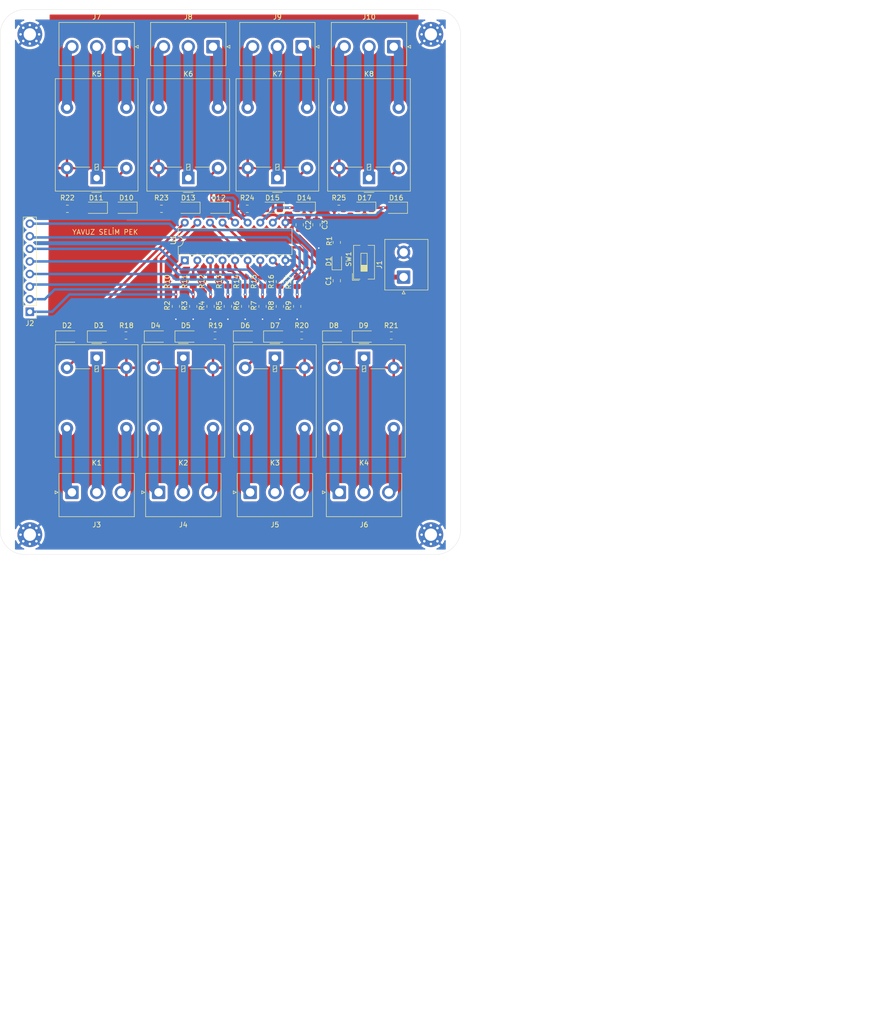
<source format=kicad_pcb>
(kicad_pcb (version 20240108) (generator "pcbnew") (generator_version "8.0")
  (title_block (title "YAVUZ SELİM PEK"))
  (layers (0 "F.Cu" signal) (31 "B.Cu" signal) (34 "B.Paste" user) (35 "F.Paste" user) (36 "B.SilkS" user "B.Silkscreen") (37 "F.SilkS" user "F.Silkscreen") (38 "B.Mask" user) (39 "F.Mask" user) (44 "Edge.Cuts" user))
  (net 0 "")
  (net 1 "GND")
  (net 2 "VCC")
  (net 3 "Net-(D1-A)")
  (net 4 "/O1")
  (net 5 "Net-(D3-A)")
  (net 6 "/O2")
  (net 7 "Net-(D5-A)")
  (net 8 "/O3")
  (net 9 "Net-(D7-A)")
  (net 10 "/O4")
  (net 11 "Net-(D9-A)")
  (net 12 "/O5")
  (net 13 "Net-(D11-A)")
  (net 14 "/O6")
  (net 15 "Net-(D13-A)")
  (net 16 "/O7")
  (net 17 "Net-(D15-A)")
  (net 18 "/O8")
  (net 19 "Net-(D17-A)")
  (net 20 "Net-(J1-Pin_1)")
  (net 21 "Net-(J2-Pin_3)")
  (net 22 "Net-(J2-Pin_7)")
  (net 23 "Net-(J2-Pin_8)")
  (net 24 "Net-(J2-Pin_4)")
  (net 25 "Net-(J2-Pin_5)")
  (net 26 "Net-(J2-Pin_6)")
  (net 27 "Net-(J2-Pin_2)")
  (net 28 "Net-(J2-Pin_1)")
  (net 29 "Net-(J3-Pin_2)")
  (net 30 "Net-(J3-Pin_1)")
  (net 31 "Net-(J3-Pin_3)")
  (net 32 "Net-(J4-Pin_1)")
  (net 33 "Net-(J4-Pin_2)")
  (net 34 "Net-(J4-Pin_3)")
  (net 35 "Net-(J5-Pin_2)")
  (net 36 "Net-(J5-Pin_3)")
  (net 37 "Net-(J5-Pin_1)")
  (net 38 "Net-(J6-Pin_3)")
  (net 39 "Net-(J6-Pin_1)")
  (net 40 "Net-(J6-Pin_2)")
  (net 41 "Net-(J7-Pin_1)")
  (net 42 "Net-(J7-Pin_2)")
  (net 43 "Net-(J7-Pin_3)")
  (net 44 "Net-(J8-Pin_3)")
  (net 45 "Net-(J8-Pin_2)")
  (net 46 "Net-(J8-Pin_1)")
  (net 47 "Net-(J9-Pin_1)")
  (net 48 "Net-(J9-Pin_2)")
  (net 49 "Net-(J9-Pin_3)")
  (net 50 "Net-(J10-Pin_2)")
  (net 51 "Net-(J10-Pin_3)")
  (net 52 "Net-(J10-Pin_1)")
  (net 53 "Net-(U1-I1)")
  (net 54 "Net-(U1-I2)")
  (net 55 "Net-(U1-I3)")
  (net 56 "Net-(U1-I4)")
  (net 57 "Net-(U1-I5)")
  (net 58 "Net-(U1-I6)")
  (net 59 "Net-(U1-I7)")
  (net 60 "Net-(U1-I8)")
  (footprint "Relay_THT:Relay_SPDT_Omron-G5LE-1" (layer "F.Cu") (at 146.5 111.3)
    (property "Reference" "K3")
    (property "Value" "G5LE-1")
  )
  (footprint "Resistor_SMD:R_0805_2012Metric" (layer "F.Cu") (at 137 95.9125 90)
    (property "Reference" "R13")
    (property "Value" "10k")
  )
  (footprint "Resistor_SMD:R_0805_2012Metric" (layer "F.Cu") (at 133.5 100.9125 -90)
    (property "Reference" "R4")
    (property "Value" "10k")
  )
  (footprint "Connector_JST:JST_NV_B02P-NV_1x02_P5.00mm_Vertical" (layer "F.Cu") (at 172.5 95 90)
    (property "Reference" "J1")
    (property "Value" "POWER")
  )
  (footprint "Diode_SMD:D_1206_3216Metric" (layer "F.Cu") (at 116.4 81 180)
    (property "Reference" "D10")
    (property "Value" "D_Small")
  )
  (footprint "Resistor_SMD:R_0805_2012Metric" (layer "F.Cu") (at 140.5 95.9125 90)
    (property "Reference" "R14")
    (property "Value" "10k")
  )
  (footprint "Resistor_SMD:R_0805_2012Metric" (layer "F.Cu") (at 144 100.9125 -90)
    (property "Reference" "R7")
    (property "Value" "10k")
  )
  (footprint "Capacitor_SMD:C_0805_2012Metric" (layer "F.Cu") (at 154.9 84.45 -90)
    (property "Reference" "C3")
    (property "Value" "100nF")
  )
  (footprint "Connector_JST:JST_NV_B03P-NV_1x03_P5.00mm_Vertical" (layer "F.Cu") (at 152 48.5 180)
    (property "Reference" "J9")
    (property "Value" "NC CO NO")
  )
  (footprint "Connector_JST:JST_NV_B03P-NV_1x03_P5.00mm_Vertical" (layer "F.Cu") (at 115.5 48.5 180)
    (property "Reference" "J7")
    (property "Value" "NC CO NO")
  )
  (footprint "Diode_SMD:D_1206_3216Metric" (layer "F.Cu") (at 158.4 107)
    (property "Reference" "D8")
    (property "Value" "D_Small")
  )
  (footprint "Resistor_SMD:R_0805_2012Metric" (layer "F.Cu") (at 140.9125 81.22)
    (property "Reference" "R24")
    (property "Value" "680")
  )
  (footprint "Capacitor_SMD:C_0805_2012Metric" (layer "F.Cu") (at 159 95.7375 90)
    (property "Reference" "C1")
    (property "Value" "100nF")
  )
  (footprint "Relay_THT:Relay_SPDT_Omron-G5LE-1" (layer "F.Cu") (at 110.5 111.3)
    (property "Reference" "K1")
    (property "Value" "G5LE-1")
  )
  (footprint "Relay_THT:Relay_SPDT_Omron-G5LE-1" (layer "F.Cu") (at 164.5 111.3)
    (property "Reference" "K4")
    (property "Value" "G5LE-1")
  )
  (footprint "Relay_THT:Relay_SPDT_Omron-G5LE-1" (layer "F.Cu") (at 110.5 75 180)
    (property "Reference" "K5")
    (property "Value" "G5LE-1")
  )
  (footprint "LED_SMD:LED_0805_2012Metric" (layer "F.Cu") (at 159 91.85 90)
    (property "Reference" "D1")
    (property "Value" "LED")
  )
  (footprint "Diode_SMD:D_1206_3216Metric" (layer "F.Cu") (at 140.4 107)
    (property "Reference" "D6")
    (property "Value" "D_Small")
  )
  (footprint "Resistor_SMD:R_0805_2012Metric" (layer "F.Cu") (at 170 106.78 180)
    (property "Reference" "R21")
    (property "Value" "680")
  )
  (footprint "Button_Switch_SMD:SW_DIP_SPSTx01_Slide_6.7x4.1mm_W6.73mm_P2.54mm_LowProfile_JPin" (layer "F.Cu") (at 164.5 92 90)
    (property "Reference" "SW1")
    (property "Value" "SW_SPST")
  )
  (footprint "Resistor_SMD:R_0805_2012Metric" (layer "F.Cu") (at 140.5 100.9125 -90)
    (property "Reference" "R6")
    (property "Value" "10k")
  )
  (footprint "Resistor_SMD:R_0805_2012Metric" (layer "F.Cu") (at 144 95.9125 90)
    (property "Reference" "R15")
    (property "Value" "10k")
  )
  (footprint "Relay_THT:Relay_SPDT_Omron-G5LE-1" (layer "F.Cu") (at 128 111.3)
    (property "Reference" "K2")
    (property "Value" "G5LE-1")
  )
  (footprint "Connector_JST:JST_NV_B03P-NV_1x03_P5.00mm_Vertical" (layer "F.Cu") (at 134 48.5 180)
    (property "Reference" "J8")
    (property "Value" "NC CO NO")
  )
  (footprint "LED_SMD:LED_1206_3216Metric" (layer "F.Cu") (at 129.1 81 180)
    (property "Reference" "D13")
    (property "Value" "LED")
  )
  (footprint "Capacitor_SMD:C_0805_2012Metric" (layer "F.Cu") (at 151.5 84.45 -90)
    (property "Reference" "C2")
    (property "Value" "100nF")
  )
  (footprint "MountingHole:MountingHole_2.5mm_Pad_Via" (layer "F.Cu") (at 178 147 90)
    (property "Reference" "H2" (hide yes))
    (property "Value" "MountingHole_Pad")
  )
  (footprint "Resistor_SMD:R_0805_2012Metric" (layer "F.Cu") (at 126.5 100.9125 -90)
    (property "Reference" "R2")
    (property "Value" "10k")
  )
  (footprint "MountingHole:MountingHole_2.5mm_Pad_Via" (layer "F.Cu") (at 178 46 90)
    (property "Reference" "H4" (hide yes))
    (property "Value" "MountingHole_Pad")
  )
  (footprint "Resistor_SMD:R_0805_2012Metric" (layer "F.Cu") (at 137 100.9125 -90)
    (property "Reference" "R5")
    (property "Value" "10k")
  )
  (footprint "Package_DIP:DIP-18_W7.62mm" (layer "F.Cu") (at 128.3 91.62 90)
    (property "Reference" "U1")
    (property "Value" "ULN2803A")
  )
  (footprint "Resistor_SMD:R_0805_2012Metric" (layer "F.Cu") (at 134.4125 106.78 180)
    (property "Reference" "R19")
    (property "Value" "680")
  )
  (footprint "LED_SMD:LED_1206_3216Metric" (layer "F.Cu") (at 110.4 81 180)
    (property "Reference" "D11")
    (property "Value" "LED")
  )
  (footprint "Connector_JST:JST_NV_B03P-NV_1x03_P5.00mm_Vertical" (layer "F.Cu") (at 170.5 48.5 180)
    (property "Reference" "J10")
    (property "Value" "NC CO NO")
  )
  (footprint "Resistor_SMD:R_0805_2012Metric" (layer "F.Cu") (at 130 100.9125 -90)
    (property "Reference" "R3")
    (property "Value" "10k")
  )
  (footprint "MountingHole:MountingHole_2.5mm_Pad_Via" (layer "F.Cu") (at 97 147 90)
    (property "Reference" "H1" (hide yes))
    (property "Value" "MountingHole_Pad")
  )
  (footprint "LED_SMD:LED_1206_3216Metric" (layer "F.Cu") (at 164.6 81 180)
    (property "Reference" "D17")
    (property "Value" "LED")
  )
  (footprint "Connector_JST:JST_NV_B03P-NV_1x03_P5.00mm_Vertical" (layer "F.Cu") (at 141.5 138.45)
    (property "Reference" "J5")
    (property "Value" "NC CO NO")
  )
  (footprint "Resistor_SMD:R_0805_2012Metric" (layer "F.Cu") (at 126.5 95.9125 90)
    (property "Reference" "R10")
    (property "Value" "10k")
  )
  (footprint "Diode_SMD:D_1206_3216Metric" (layer "F.Cu") (at 171 81 180)
    (property "Reference" "D16")
    (property "Value" "D_Small")
  )
  (footprint "Resistor_SMD:R_0805_2012Metric" (layer "F.Cu") (at 147.5 95.9125 90)
    (property "Reference" "R16")
    (property "Value" "10k")
  )
  (footprint "Diode_SMD:D_1206_3216Metric" (layer "F.Cu") (at 152.4 81 180)
    (property "Reference" "D14")
    (property "Value" "D_Small")
  )
  (footprint "Connector_JST:JST_NV_B03P-NV_1x03_P5.00mm_Vertical" (layer "F.Cu") (at 105.5 138.45)
    (property "Reference" "J3")
    (property "Value" "NC CO NO")
  )
  (footprint "Diode_SMD:D_1206_3216Metric" (layer "F.Cu") (at 104.5 107)
    (property "Reference" "D2")
    (property "Value" "D_Small")
  )
  (footprint "MountingHole:MountingHole_2.5mm_Pad_Via" (layer "F.Cu") (at 97 46 90)
    (property "Reference" "H3" (hide yes))
    (property "Value" "MountingHole_Pad")
  )
  (footprint "Resistor_SMD:R_0805_2012Metric" (layer "F.Cu") (at 104.5875 81.22)
    (property "Reference" "R22")
    (property "Value" "680")
  )
  (footprint "LED_SMD:LED_1206_3216Metric" (layer "F.Cu") (at 146.5 107)
    (property "Reference" "D7")
    (property "Value" "LED")
  )
  (footprint "LED_SMD:LED_1206_3216Metric" (layer "F.Cu") (at 146.1 81 180)
    (property "Reference" "D15")
    (property "Value" "LED")
  )
  (footprint "Resistor_SMD:R_0805_2012Metric" (layer "F.Cu") (at 130 95.9125 90)
    (property "Reference" "R11")
    (property "Value" "10k")
  )
  (footprint "Relay_THT:Relay_SPDT_Omron-G5LE-1" (layer "F.Cu") (at 147 75 180)
    (property "Reference" "K7")
    (property "Value" "G5LE-1")
  )
  (footprint "Resistor_SMD:R_0805_2012Metric" (layer "F.Cu") (at 159.4125 81.22)
    (property "Reference" "R25")
    (property "Value" "680")
  )
  (footprint "Relay_THT:Relay_SPDT_Omron-G5LE-1" (layer "F.Cu") (at 129 75 180)
    (property "Reference" "K6")
    (property "Value" "G5LE-1")
  )
  (footprint "LED_SMD:LED_1206_3216Metric" (layer "F.Cu") (at 110.9 107)
    (property "Reference" "D3")
    (property "Value" "LED")
  )
  (footprint "LED_SMD:LED_1206_3216Metric" (layer "F.Cu") (at 128.6 107)
    (property "Reference" "D5")
    (property "Value" "LED")
  )
  (footprint "Resistor_SMD:R_0805_2012Metric" (layer "F.Cu") (at 133.5 95.9125 90)
    (property "Reference" "R12")
    (property "Value" "10k")
  )
  (footprint "Resistor_SMD:R_0805_2012Metric" (layer "F.Cu") (at 151 96 90)
    (property "Reference" "R17")
    (property "Value" "10k")
  )
  (footprint "Resistor_SMD:R_0805_2012Metric" (layer "F.Cu") (at 123.5875 81.22)
    (property "Reference" "R23")
    (property "Value" "680")
  )
  (footprint "Resistor_SMD:R_0805_2012Metric" (layer "F.Cu") (at 116.4125 106.78 180)
    (property "Reference" "R18")
    (property "Value" "680")
  )
  (footprint "Relay_THT:Relay_SPDT_Omron-G5LE-1" (layer "F.Cu") (at 165.5 75 180)
    (property "Reference" "K8")
    (property "Value" "G5LE-1")
  )
  (footprint "Diode_SMD:D_1206_3216Metric" (layer "F.Cu") (at 122.4 107)
    (property "Reference" "D4")
    (property "Value" "D_Small")
  )
  (footprint "Connector_JST:JST_NV_B03P-NV_1x03_P5.00mm_Vertical" (layer "F.Cu") (at 123 138.45)
    (property "Reference" "J4")
    (property "Value" "NC CO NO")
  )
  (footprint "Resistor_SMD:R_0805_2012Metric" (layer "F.Cu") (at 147.5 100.9125 -90)
    (property "Reference" "R8")
    (property "Value" "10k")
  )
  (footprint "Connector_JST:JST_NV_B03P-NV_1x03_P5.00mm_Vertical" (layer "F.Cu") (at 159.5 138.45)
    (property "Reference" "J6")
    (property "Value" "NC CO NO")
  )
  (footprint "Diode_SMD:D_1206_3216Metric" (layer "F.Cu") (at 135.1 81 180)
    (property "Reference" "D12")
    (property "Value" "D_Small")
  )
  (footprint "Resistor_SMD:R_0805_2012Metric" (layer "F.Cu") (at 151.9125 106.78 180)
    (property "Reference" "R20")
    (property "Value" "680")
  )
  (footprint "Connector_PinHeader_2.54mm:PinHeader_1x08_P2.54mm_Vertical" (layer "F.Cu") (at 97 102 180)
    (property "Reference" "J2")
    (property "Value" "INPUTS")
  )
  (footprint "Resistor_SMD:R_0805_2012Metric" (layer "F.Cu") (at 151 100.9125 -90)
    (property "Reference" "R9")
    (property "Value" "10k")
  )
  (footprint "Resistor_SMD:R_0805_2012Metric" (layer "F.Cu") (at 159 88 -90)
    (property "Reference" "R1")
    (property "Value" "680")
  )
  (footprint "LED_SMD:LED_1206_3216Metric" (layer "F.Cu") (at 164.4 107)
    (property "Reference" "D9")
    (property "Value" "LED")
  )
  (gr_line (start 96 41) (end 179 41) (stroke (width 0.05)) (layer "Edge.Cuts"))
  (gr_arc (start 91 46) (mid 92.464466 42.464466) (end 96 41) (stroke (width 0.05)) (layer "Edge.Cuts"))
  (gr_line (start 184 46) (end 184 146) (stroke (width 0.05)) (layer "Edge.Cuts"))
  (gr_line (start 91 146) (end 91 46) (stroke (width 0.05)) (layer "Edge.Cuts"))
  (gr_arc (start 179 41) (mid 182.535534 42.464466) (end 184 46) (stroke (width 0.05)) (layer "Edge.Cuts"))
  (gr_line (start 179 151) (end 96 151) (stroke (width 0.05)) (layer "Edge.Cuts"))
  (gr_arc (start 96 151) (mid 92.464466 149.535534) (end 91 146) (stroke (width 0.05)) (layer "Edge.Cuts"))
  (gr_arc (start 184 146) (mid 182.535534 149.535534) (end 179 151) (stroke (width 0.05)) (layer "Edge.Cuts"))
  (gr_text "YAVUZ SELİM PEK" (at 105.5 86.5 0) (layer "F.SilkS") (effects (font (size 1 1) (thickness 0.125)) (justify left bottom)))
  (segment (start 126.5 101.825) (end 126.5 103.5) (width 0.5) (layer "F.Cu") (net 1))
  (segment (start 148.62 91.62) (end 149.75137 91.62) (width 0.5) (layer "F.Cu") (net 1))
  (segment (start 151 101.825) (end 151 103.5) (width 0.5) (layer "F.Cu") (net 1))
  (segment (start 152.5 103) (end 152 103.5) (width 0.5) (layer "F.Cu") (net 1))
  (segment (start 137 101.825) (end 137 103.5) (width 0.5) (layer "F.Cu") (net 1))
  (segment (start 130 101.825) (end 130 103.5) (width 0.5) (layer "F.Cu") (net 1))
  (segment (start 140.5 101.825) (end 140.5 103.5) (width 0.5) (layer "F.Cu") (net 1))
  (segment (start 159 92.7875) (end 155.35625 89.14375) (width 0.5) (layer "F.Cu") (net 1))
  (segment (start 133.5 101.825) (end 133.5 103.5) (width 0.5) (layer "F.Cu") (net 1))
  (segment (start 151.6125 85.4) (end 151.5 85.4) (width 0.5) (layer "F.Cu") (net 1))
  (segment (start 159 94.7875) (end 159 92.7875) (width 0.5) (layer "F.Cu") (net 1))
  (segment (start 152.5 94.36863) (end 152.5 103) (width 0.5) (layer "F.Cu") (net 1))
  (segment (start 147.5 101.825) (end 147.5 103.5) (width 0.5) (layer "F.Cu") (net 1))
  (segment (start 152 103.5) (end 151 103.5) (width 0.5) (layer "F.Cu") (net 1))
  (segment (start 155.35625 89.14375) (end 151.6125 85.4) (width 0.5) (layer "F.Cu") (net 1))
  (segment (start 155.5 89) (end 155.35625 89.14375) (width 0.5) (layer "F.Cu") (net 1))
  (segment (start 149.75137 91.62) (end 152.5 94.36863) (width 0.5) (layer "F.Cu") (net 1))
  (segment (start 154.9 85.4) (end 155.5 86) (width 0.5) (layer "F.Cu") (net 1))
  (segment (start 155.5 86) (end 155.5 89) (width 0.5) (layer "F.Cu") (net 1))
  (segment (start 144 101.825) (end 144 103.5) (width 0.5) (layer "F.Cu") (net 1))
  (via (at 130 103.5) (size 0.6) (drill 0.3) (layers "F.Cu" "B.Cu") (net 1))
  (via (at 151 103.5) (size 0.6) (drill 0.3) (layers "F.Cu" "B.Cu") (net 1))
  (via (at 155.35625 89.14375) (size 0.6) (drill 0.3) (layers "F.Cu" "B.Cu") (net 1))
  (via (at 147.5 103.5) (size 0.6) (drill 0.3) (layers "F.Cu" "B.Cu") (net 1))
  (via (at 140.5 103.5) (size 0.6) (drill 0.3) (layers "F.Cu" "B.Cu") (net 1))
  (via (at 133.5 103.5) (size 0.6) (drill 0.3) (layers "F.Cu" "B.Cu") (net 1))
  (via (at 137 103.5) (size 0.6) (drill 0.3) (layers "F.Cu" "B.Cu") (net 1))
  (via (at 144 103.5) (size 0.6) (drill 0.3) (layers "F.Cu" "B.Cu") (net 1))
  (via (at 126.5 103.5) (size 0.6) (drill 0.3) (layers "F.Cu" "B.Cu") (net 1))
  (segment (start 151.5 83.5) (end 149.12 83.5) (width 0.5) (layer "F.Cu") (net 2))
  (segment (start 104.5 73) (end 104.5 73.5) (width 0.2) (layer "F.Cu") (net 2))
  (segment (start 151.5 83.5) (end 154.9 83.5) (width 0.5) (layer "F.Cu") (net 2))
  (segment (start 170.5 109.5) (end 170.9125 109.0875) (width 0.5) (layer "F.Cu") (net 2))
  (segment (start 170.9125 109.0875) (end 170.9125 106.78) (width 0.5) (layer "F.Cu") (net 2))
  (segment (start 170.5 113.3) (end 170.5 109.5) (width 0.5) (layer "F.Cu") (net 2))
  (segment (start 149.12 83.5) (end 148.62 84) (width 0.5) (layer "F.Cu") (net 2))
  (segment (start 159 90.9125) (end 159 88.9125) (width 0.5) (layer "F.Cu") (net 3))
  (segment (start 105.9 111.9) (end 104.5 113.3) (width 0.5) (layer "F.Cu") (net 4))
  (segment (start 105.9 107) (end 105.9 111.9) (width 0.5) (layer "F.Cu") (net 4))
  (segment (start 105.9 107) (end 109.5 107) (width 0.5) (layer "F.Cu") (net 4))
  (segment (start 109.5 102.8) (end 109.5 107) (width 0.5) (layer "F.Cu") (net 4))
  (segment (start 128.3 84) (end 109.5 102.8) (width 0.5) (layer "F.Cu") (net 4))
  (segment (start 112.3 107) (end 115.28 107) (width 0.5) (layer "F.Cu") (net 5))
  (segment (start 115.28 107) (end 115.5 106.78) (width 0.5) (layer "F.Cu") (net 5))
  (segment (start 123.8 107) (end 127.2 107) (width 0.5) (layer "F.Cu") (net 6))
  (segment (start 130.84 84) (end 123.5 91.34) (width 0.5) (layer "F.Cu") (net 6))
  (segment (start 123.5 91.34) (end 123.5 106.7) (width 0.5) (layer "F.Cu") (net 6))
  (segment (start 123.8 111.5) (end 122 113.3) (width 0.5) (layer "F.Cu") (net 6))
  (segment (start 123.5 106.7) (end 123.8 107) (width 0.5) (layer "F.Cu") (net 6))
  (segment (start 123.8 107) (end 123.8 111.5) (width 0.5) (layer "F.Cu") (net 6))
  (segment (start 130 107) (end 133.28 107) (width 0.5) (layer "F.Cu") (net 7))
  (segment (start 133.28 107) (end 133.5 106.78) (width 0.5) (layer "F.Cu") (net 7))
  (segment (start 153.5 93.5) (end 153.5 104.5) (width 0.5) (layer "F.Cu") (net 8))
  (segment (start 153 105) (end 146 105) (width 0.5) (layer "F.Cu") (net 8))
  (segment (start 150 90) (end 153.5 93.5) (width 0.5) (layer "F.Cu") (net 8))
  (segment (start 141.8 112) (end 140.5 113.3) (width 0.5) (layer "F.Cu") (net 8))
  (segment (start 145.1 105.9) (end 145.1 107) (width 0.5) (layer "F.Cu") (net 8))
  (segment (start 133.38 84) (end 139.38 90) (width 0.5) (layer "F.Cu") (net 8))
  (segment (start 146 105) (end 145.1 105.9) (width 0.5) (layer "F.Cu") (net 8))
  (segment (start 141.8 107) (end 141.8 112) (width 0.5) (layer "F.Cu") (net 8))
  (segment (start 153.5 104.5) (end 153 105) (width 0.5) (layer "F.Cu") (net 8))
  (segment (start 139.38 90) (end 150 90) (width 0.5) (layer "F.Cu") (net 8))
  (segment (start 141.8 107) (end 145.1 107) (width 0.5) (layer "F.Cu") (net 8))
  (segment (start 150.78 107) (end 151 106.78) (width 0.5) (layer "F.Cu") (net 9))
  (segment (start 147.9 107) (end 150.78 107) (width 0.5) (layer "F.Cu") (net 9))
  (segment (start 155 100) (end 159.8 104.8) (width 0.5) (layer "F.Cu") (net 10))
  (segment (start 159.8 107) (end 163 107) (width 0.5) (layer "F.Cu") (net 10))
  (segment (start 140.92 89) (end 151.5 89) (width 0.5) (layer "F.Cu") (net 10))
  (segment (start 155 92.5) (end 155 100) (width 0.5) (layer "F.Cu") (net 10))
  (segment (start 151.5 89) (end 155 92.5) (width 0.5) (layer "F.Cu") (net 10))
  (segment (start 159.8 112) (end 158.5 113.3) (width 0.5) (layer "F.Cu") (net 10))
  (segment (start 159.8 107) (end 159.8 112) (width 0.5) (layer "F.Cu") (net 10))
  (segment (start 159.8 104.8) (end 159.8 107) (width 0.5) (layer "F.Cu") (net 10))
  (segment (start 135.92 84) (end 140.92 89) (width 0.5) (layer "F.Cu") (net 10))
  (segment (start 168.8675 107) (end 169.0875 106.78) (width 0.5) (layer "F.Cu") (net 11))
  (segment (start 165.8 107) (end 168.8675 107) (width 0.5) (layer "F.Cu") (net 11))
  (segment (start 115 74.5) (end 116.5 73) (width 0.5) (layer "F.Cu") (net 12))
  (segment (start 115 81) (end 115 74.5) (width 0.5) (layer "F.Cu") (net 12))
  (segment (start 116.75 82.75) (end 115 81) (width 0.5) (layer "F.Cu") (net 12))
  (segment (start 137.21 82.75) (end 116.75 82.75) (width 0.5) (layer "F.Cu") (net 12))
  (segment (start 111.8 81) (end 115 81) (width 0.5) (layer "F.Cu") (net 12))
  (segment (start 117 73) (end 116.5 73) (width 0.5) (layer "F.Cu") (net 12))
  (segment (start 138.46 84) (end 137.21 82.75) (width 0.5) (layer "F.Cu") (net 12))
  (segment (start 108.78 81.22) (end 109 81) (width 0.5) (layer "F.Cu") (net 13))
  (segment (start 105.5 81.22) (end 108.78 81.22) (width 0.5) (layer "F.Cu") (net 13))
  (segment (start 133.7 74.3) (end 135 73) (width 0.5) (layer "F.Cu") (net 14))
  (segment (start 133.7 79) (end 133.7 74.3) (width 0.5) (layer "F.Cu") (net 14))
  (segment (start 130.5 81) (end 133.7 81) (width 0.5) (layer "F.Cu") (net 14))
  (segment (start 133.7 81) (end 133.7 79) (width 0.5) (layer "F.Cu") (net 14))
  (via (at 133.7 79) (size 0.6) (drill 0.3) (layers "F.Cu" "B.Cu") (net 14))
  (segment (start 138 79) (end 133.7 79) (width 0.5) (layer "B.Cu") (net 14))
  (segment (start 138.5 79.5) (end 138 79) (width 0.5) (layer "B.Cu") (net 14))
  (segment (start 138.5 81.5) (end 138.5 79.5) (width 0.5) (layer "B.Cu") (net 14))
  (segment (start 141 84) (end 138.5 81.5) (width 0.5) (layer "B.Cu") (net 14))
  (segment (start 124.5 81.22) (end 127.48 81.22) (width 0.5) (layer "F.Cu") (net 15))
  (segment (start 127.48 81.22) (end 127.7 81) (width 0.5) (layer "F.Cu") (net 15))
  (segment (start 151 75) (end 153 73) (width 0.5) (layer "F.Cu") (net 16))
  (segment (start 147.5 81) (end 149.5 81) (width 0.5) (layer "F.Cu") (net 16))
  (segment (start 149.5 81) (end 151 81) (width 0.5) (layer "F.Cu") (net 16))
  (segment (start 151 81) (end 151 75) (width 0.5) (layer "F.Cu") (net 16))
  (via (at 149.5 81) (size 0.6) (drill 0.3) (layers "F.Cu" "B.Cu") (net 16))
  (segment (start 143.54 84) (end 146.54 81) (width 0.5) (layer "B.Cu") (net 16))
  (segment (start 146.54 81) (end 149.5 81) (width 0.5) (layer "B.Cu") (net 16))
  (segment (start 144.48 81.22) (end 144.7 81) (width 0.5) (layer "F.Cu") (net 17))
  (segment (start 141.825 81.22) (end 144.48 81.22) (width 0.5) (layer "F.Cu") (net 17))
  (segment (start 169.6 81) (end 169.6 74.9) (width 0.5) (layer "F.Cu") (net 18))
  (segment (start 169.6 74.9) (end 171.5 73) (width 0.5) (layer "F.Cu") (net 18))
  (segment (start 166 81) (end 169.6 81) (width 0.5) (layer "F.Cu") (net 18))
  (via (at 168.4 81) (size 0.6) (drill 0.3) (layers "F.Cu" "B.Cu") (net 18))
  (segment (start 147.58 82.5) (end 166.9 82.5) (width 0.5) (layer "B.Cu") (net 18))
  (segment (start 146.08 84) (end 147.58 82.5) (width 0.5) (layer "B.Cu") (net 18))
  (segment (start 166.9 82.5) (end 168.4 81) (width 0.5) (layer "B.Cu") (net 18))
  (segment (start 162.98 81.22) (end 163.2 81) (width 0.5) (layer "F.Cu") (net 19))
  (segment (start 160.325 81.22) (end 162.98 81.22) (width 0.5) (layer "F.Cu") (net 19))
  (segment (start 164.865 95) (end 164.5 95.365) (width 1) (layer "F.Cu") (net 20))
  (segment (start 172.5 95) (end 164.865 95) (width 1) (layer "F.Cu") (net 20))
  (segment (start 133.5 98.5) (end 133.5 100) (width 0.5) (layer "F.Cu") (net 21))
  (segment (start 133.5 96.825) (end 133.5 98.5) (width 0.5) (layer "F.Cu") (net 21))
  (via (at 133.5 98.5) (size 0.6) (drill 0.3) (layers "F.Cu" "B.Cu") (net 21))
  (segment (start 133.5 98) (end 133.5 98.5) (width 0.5) (layer "B.Cu") (net 21))
  (segment (start 97.42 96.5) (end 132 96.5) (width 0.5) (layer "B.Cu") (net 21))
  (segment (start 97 96.92) (end 97.42 96.5) (width 0.5) (layer "B.Cu") (net 21))
  (segment (start 132 96.5) (end 133.5 98) (width 0.5) (layer "B.Cu") (net 21))
  (segment (start 147.5 98.5) (end 147.5 100) (width 0.5) (layer "F.Cu") (net 22))
  (segment (start 147.5 96.825) (end 147.5 98.5) (width 0.5) (layer "F.Cu") (net 22))
  (via (at 147.5 98.5) (size 0.6) (drill 0.3) (layers "F.Cu" "B.Cu") (net 22))
  (segment (start 151.5 93) (end 151.5 89.5) (width 0.5) (layer "B.Cu") (net 22))
  (segment (start 147.5 98.5) (end 147.5 97) (width 0.5) (layer "B.Cu") (net 22))
  (segment (start 97.24 87) (end 97 86.76) (width 0.5) (layer "B.Cu") (net 22))
  (segment (start 149 87) (end 97.24 87) (width 0.5) (layer "B.Cu") (net 22))
  (segment (start 147.5 97) (end 151.5 93) (width 0.5) (layer "B.Cu") (net 22))
  (segment (start 151.5 89.5) (end 149 87) (width 0.5) (layer "B.Cu") (net 22))
  (segment (start 151 98.5) (end 151 100) (width 0.5) (layer "F.Cu") (net 23))
  (segment (start 151 96.9125) (end 151 98.5) (width 0.5) (layer "F.Cu") (net 23))
  (via (at 151 98.5) (size 0.6) (drill 0.3) (layers "F.Cu" "B.Cu") (net 23))
  (segment (start 150 85.5) (end 154 89.5) (width 0.5) (layer "B.Cu") (net 23))
  (segment (start 154 93) (end 151 96) (width 0.5) (layer "B.Cu") (net 23))
  (segment (start 97 84.22) (end 125.22 84.22) (width 0.5) (layer "B.Cu") (net 23))
  (segment (start 154 89.5) (end 154 93) (width 0.5) (layer "B.Cu") (net 23))
  (segment (start 126.5 85.5) (end 150 85.5) (width 0.5) (layer "B.Cu") (net 23))
  (segment (start 151 96) (end 151 98.5) (width 0.5) (layer "B.Cu") (net 23))
  (segment (start 125.22 84.22) (end 126.5 85.5) (width 0.5) (layer "B.Cu") (net 23))
  (segment (start 137 96.825) (end 137 98.5) (width 0.5) (layer "F.Cu") (net 24))
  (segment (start 137 98.5) (end 137 100) (width 0.5) (layer "F.Cu") (net 24))
  (via (at 137 98.5) (size 0.6) (drill 0.3) (layers "F.Cu" "B.Cu") (net 24))
  (segment (start 126.5 95.5) (end 136.5 95.5) (width 0.5) (layer "B.Cu") (net 24))
  (segment (start 125.38 94.38) (end 126.5 95.5) (width 0.5) (layer "B.Cu") (net 24))
  (segment (start 136.5 95.5) (end 137 96) (width 0.5) (layer "B.Cu") (net 24))
  (segment (start 97 94.38) (end 125.38 94.38) (width 0.5) (layer "B.Cu") (net 24))
  (segment (start 137 96) (end 137 98.5) (width 0.5) (layer "B.Cu") (net 24))
  (segment (start 140.5 96.825) (end 140.5 98.5) (width 0.5) (layer "F.Cu") (net 25))
  (segment (start 140.5 98.5) (end 140.5 100) (width 0.5) (layer "F.Cu") (net 25))
  (via (at 140.5 98.5) (size 0.6) (drill 0.3) (layers "F.Cu" "B.Cu") (net 25))
  (segment (start 124.34 91.84) (end 127 94.5) (width 0.5) (layer "B.Cu") (net 25))
  (segment (start 97 91.84) (end 124.34 91.84) (width 0.5) (layer "B.Cu") (net 25))
  (segment (start 127 94.5) (end 139.5 94.5) (width 0.5) (layer "B.Cu") (net 25))
  (segment (start 140.5 95.5) (end 140.5 98.5) (width 0.5) (layer "B.Cu") (net 25))
  (segment (start 139.5 94.5) (end 140.5 95.5) (width 0.5) (layer "B.Cu") (net 25))
  (segment (start 144 96.825) (end 144 98.5) (width 0.5) (layer "F.Cu") (net 26))
  (segment (start 144 98.5) (end 144 100) (width 0.5) (layer "F.Cu") (net 26))
  (via (at 144 98.5) (size 0.6) (drill 0.3) (layers "F.Cu" "B.Cu") (net 26))
  (segment (start 144 96.5) (end 144 98.5) (width 0.5) (layer "B.Cu") (net 26))
  (segment (start 123.3 89.3) (end 127.5 93.5) (width 0.5) (layer "B.Cu") (net 26))
  (segment (start 127.5 93.5) (end 141 93.5) (width 0.5) (layer "B.Cu") (net 26))
  (segment (start 141 93.5) (end 144 96.5) (width 0.5) (layer "B.Cu") (net 26))
  (segment (start 97 89.3) (end 123.3 89.3) (width 0.5) (layer "B.Cu") (net 26))
  (segment (start 130 96.825) (end 130 98.5) (width 0.5) (layer "F.Cu") (net 27))
  (segment (start 130 98.5) (end 130 100) (width 0.5) (layer "F.Cu") (net 27))
  (via (at 130 98.5) (size 0.6) (drill 0.3) (layers "F.Cu" "B.Cu") (net 27))
  (segment (start 129 97.5) (end 130 98.5) (width 0.5) (layer "B.Cu") (net 27))
  (segment (start 102 97.5) (end 129 97.5) (width 0.5) (layer "B.Cu") (net 27))
  (segment (start 100.04 99.46) (end 102 97.5) (width 0.5) (layer "B.Cu") (net 27))
  (segment (start 97 99.46) (end 100.04 99.46) (width 0.5) (layer "B.Cu") (net 27))
  (segment (start 126.5 98.5) (end 126.5 100) (width 0.5) (layer "F.Cu") (net 28))
  (segment (start 126.5 96.825) (end 126.5 98.5) (width 0.5) (layer "F.Cu") (net 28))
  (via (at 126.5 98.5) (size 0.6) (drill 0.3) (layers "F.Cu" "B.Cu") (net 28))
  (segment (start 101.5 102) (end 105 98.5) (width 0.5) (layer "B.Cu") (net 28))
  (segment (start 105 98.5) (end 126.5 98.5) (width 0.5) (layer "B.Cu") (net 28))
  (segment (start 97 102) (end 101.5 102) (width 0.5) (layer "B.Cu") (net 28))
  (segment (start 110.5 111.3) (end 110.5 138.45) (width 2) (layer "B.Cu") (net 29))
  (segment (start 104.5 125.5) (end 104.5 137.45) (width 2) (layer "B.Cu") (net 30))
  (segment (start 104.5 137.45) (end 105.5 138.45) (width 2) (layer "B.Cu") (net 30))
  (segment (start 116.5 125.5) (end 116.5 137.45) (width 2) (layer "B.Cu") (net 31))
  (segment (start 116.5 137.45) (end 115.5 138.45) (width 2) (layer "B.Cu") (net 31))
  (segment (start 122 125.5) (end 122 137.45) (width 2) (layer "B.Cu") (net 32))
  (segment (start 122 137.45) (end 123 138.45) (width 2) (layer "B.Cu") (net 32))
  (segment (start 128 111.3) (end 128 138.45) (width 2) (layer "B.Cu") (net 33))
  (segment (start 134 125.5) (end 134 137.45) (width 2) (layer "B.Cu") (net 34))
  (segment (start 134 137.45) (end 133 138.45) (width 2) (layer "B.Cu") (net 34))
  (segment (start 146.5 111.3) (end 146.5 138.45) (width 2) (layer "B.Cu") (net 35))
  (segment (start 152.5 125.5) (end 152.5 137.45) (width 2) (layer "B.Cu") (net 36))
  (segment (start 152.5 137.45) (end 151.5 138.45) (width 2) (layer "B.Cu") (net 36))
  (segment (start 140.5 137.45) (end 141.5 138.45) (width 2) (layer "B.Cu") (net 37))
  (segment (start 140.5 125.5) (end 140.5 137.45) (width 2) (layer "B.Cu") (net 37))
  (segment (start 170.5 125.5) (end 170.5 137.45) (width 2) (layer "B.Cu") (net 38))
  (segment (start 170.5 137.45) (end 169.5 138.45) (width 2) (layer "B.Cu") (net 38))
  (segment (start 158.5 137.45) (end 159.5 138.45) (width 2) (layer "B.Cu") (net 39))
  (segment (start 158.5 125.5) (end 158.5 137.45) (width 2) (layer "B.Cu") (net 39))
  (segment (start 164.5 111.3) (end 164.5 138.45) (width 2) (layer "B.Cu") (net 40))
  (segment (start 116.5 60.8) (end 116.5 49.5) (width 2) (layer "B.Cu") (net 41))
  (segment (start 116.5 49.5) (end 115.5 48.5) (width 2) (layer "B.Cu") (net 41))
  (segment (start 110.5 75) (end 110.5 48.5) (width 2) (layer "B.Cu") (net 42))
  (segment (start 104.5 60.8) (end 104.5 49.5) (width 2) (layer "B.Cu") (net 43))
  (segment (start 104.5 49.5) (end 105.5 48.5) (width 2) (layer "B.Cu") (net 43))
  (segment (start 123 60.8) (end 123 49.5) (width 2) (layer "B.Cu") (net 44))
  (segment (start 123 49.5) (end 124 48.5) (width 2) (layer "B.Cu") (net 44))
  (segment (start 129 75) (end 129 48.5) (width 2) (layer "B.Cu") (net 45))
  (segment (start 135 49.5) (end 134 48.5) (width 2) (layer "B.Cu") (net 46))
  (segment (start 135 60.8) (end 135 49.5) (width 2) (layer "B.Cu") (net 46))
  (segment (start 153 60.8) (end 153 49.5) (width 2) (layer "B.Cu") (net 47))
  (segment (start 153 49.5) (end 152 48.5) (width 2) (layer "B.Cu") (net 47))
  (segment (start 147 75) (end 147 48.5) (width 2) (layer "B.Cu") (net 48))
  (segment (start 141 60.8) (end 141 49.5) (width 2) (layer "B.Cu") (net 49))
  (segment (start 141 49.5) (end 142 48.5) (width 2) (layer "B.Cu") (net 49))
  (segment (start 165.5 75) (end 165.5 48.5) (width 2) (layer "B.Cu") (net 50))
  (segment (start 159.5 60.8) (end 159.5 49.5) (width 2) (layer "B.Cu") (net 51))
  (segment (start 159.5 49.5) (end 160.5 48.5) (width 2) (layer "B.Cu") (net 51))
  (segment (start 171.5 60.8) (end 171.5 49.5) (width 2) (layer "B.Cu") (net 52))
  (segment (start 171.5 49.5) (end 170.5 48.5) (width 2) (layer "B.Cu") (net 52))
  (segment (start 126.5 93.42) (end 128.3 91.62) (width 0.5) (layer "F.Cu") (net 53))
  (segment (start 126.5 95) (end 126.5 93.42) (width 0.5) (layer "F.Cu") (net 53))
  (segment (start 130 95) (end 130 93.5) (width 0.5) (layer "F.Cu") (net 54))
  (segment (start 130.84 92.66) (end 130.84 91.62) (width 0.5) (layer "F.Cu") (net 54))
  (segment (start 130 93.5) (end 130.84 92.66) (width 0.5) (layer "F.Cu") (net 54))
  (segment (start 133.5 95) (end 133.5 91.74) (width 0.5) (layer "F.Cu") (net 55))
  (segment (start 133.5 91.74) (end 133.38 91.62) (width 0.5) (layer "F.Cu") (net 55))
  (segment (start 136 91.7) (end 135.92 91.62) (width 0.5) (layer "F.Cu") (net 56))
  (segment (start 136 94) (end 136 91.7) (width 0.5) (layer "F.Cu") (net 56))
  (segment (start 137 95) (end 136 94) (width 0.5) (layer "F.Cu") (net 56))
  (segment (start 140.5 95) (end 138.46 92.96) (width 0.5) (layer "F.Cu") (net 57))
  (segment (start 138.46 92.96) (end 138.46 91.62) (width 0.5) (layer "F.Cu") (net 57))
  (segment (start 144 95) (end 143 95) (width 0.5) (layer "F.Cu") (net 58))
  (segment (start 143 95) (end 141 93) (width 0.5) (layer "F.Cu") (net 58))
  (segment (start 141 93) (end 141 91.62) (width 0.5) (layer "F.Cu") (net 58))
  (segment (start 143.54 93.04) (end 144 93.5) (width 0.5) (layer "F.Cu") (net 59))
  (segment (start 144 93.5) (end 146 93.5) (width 0.5) (layer "F.Cu") (net 59))
  (segment (start 143.54 91.62) (end 143.54 93.04) (width 0.5) (layer "F.Cu") (net 59))
  (segment (start 146 93.5) (end 147.5 95) (width 0.5) (layer "F.Cu") (net 59))
  (segment (start 149.5 93) (end 147.46 93) (width 0.5) (layer "F.Cu") (net 60))
  (segment (start 151 95.0875) (end 151 94.5) (width 0.5) (layer "F.Cu") (net 60))
  (segment (start 147.46 93) (end 146.08 91.62) (width 0.5) (layer "F.Cu") (net 60))
  (segment (start 151 94.5) (end 149.5 93) (width 0.5) (layer "F.Cu") (net 60))
  (zone (net 2) (net_name "VCC") (layer "F.Cu") (connect_pads (clearance 0.5)) (min_thickness 0.25) (fill yes (thermal_gap 0.5) (thermal_bridge_width 0.5))
    (polygon (pts (xy 101 42) (xy 175.5 42) (xy 175 149.5) (xy 100.5 149.5)))
  )
  (zone (net 1) (net_name "GND") (layer "B.Cu") (priority 1) (connect_pads (clearance 0.5)) (min_thickness 0.25) (fill yes (thermal_gap 0.5) (thermal_bridge_width 0.5))
    (polygon (pts (xy 94 150) (xy 181 150) (xy 181 43) (xy 94 43)))
  )
)
</source>
